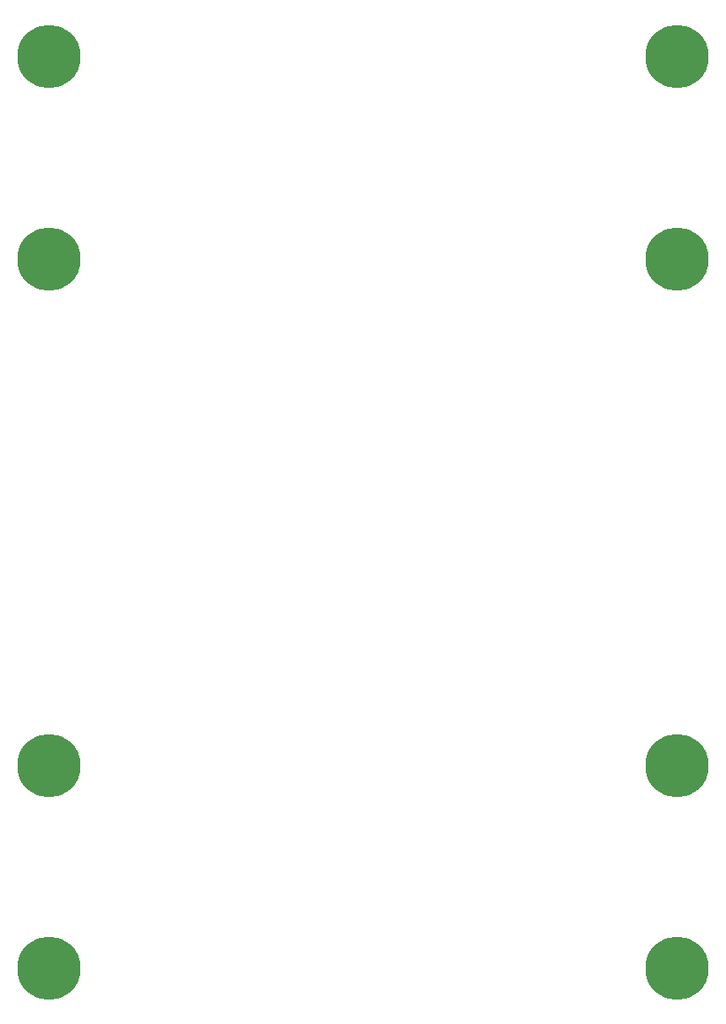
<source format=gbr>
G04 start of page 2 for group 0 idx 0 *
G04 Title: (unknown), component *
G04 Creator: pcb 20110918 *
G04 CreationDate: Mon Oct 22 21:24:27 2012 UTC *
G04 For: fosse *
G04 Format: Gerber/RS-274X *
G04 PCB-Dimensions: 600000 500000 *
G04 PCB-Coordinate-Origin: lower left *
%MOIN*%
%FSLAX25Y25*%
%LNTOP*%
%ADD12C,0.1090*%
%ADD11C,0.2500*%
G54D11*X351500Y406000D03*
X103500Y46000D03*
X351500D03*
Y326000D03*
Y126000D03*
X103500D03*
Y406000D03*
Y326000D03*
G54D12*M02*

</source>
